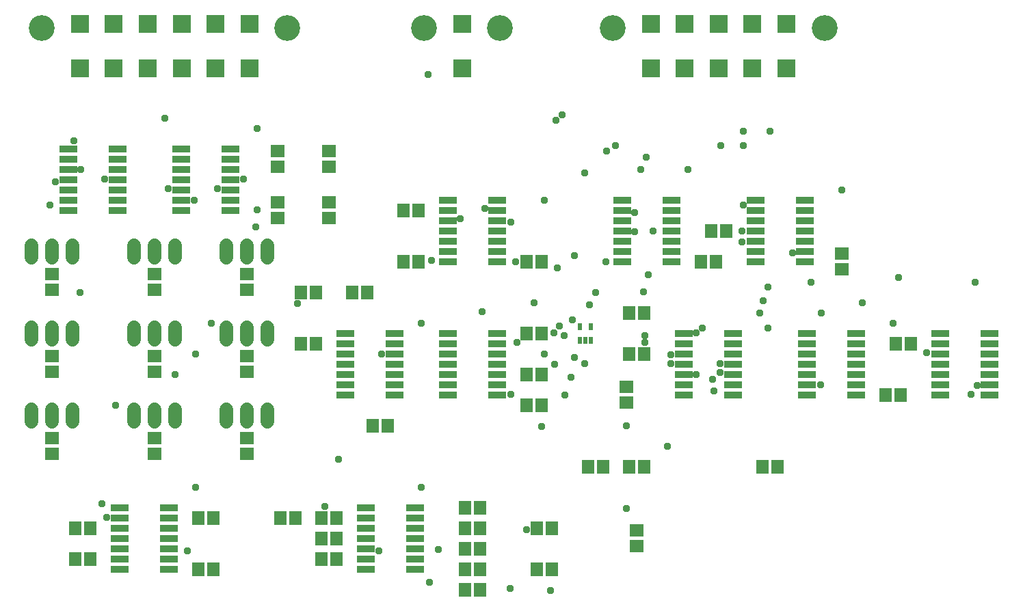
<source format=gbr>
G04 EAGLE Gerber RS-274X export*
G75*
%MOMM*%
%FSLAX34Y34*%
%LPD*%
%INSoldermask Top*%
%IPPOS*%
%AMOC8*
5,1,8,0,0,1.08239X$1,22.5*%
G01*
%ADD10R,1.503200X1.703200*%
%ADD11R,2.235200X0.863600*%
%ADD12R,1.703200X1.503200*%
%ADD13C,1.727200*%
%ADD14R,2.303200X2.303200*%
%ADD15C,3.203200*%
%ADD16R,0.603200X0.903200*%
%ADD17C,0.959600*%


D10*
X600100Y101600D03*
X619100Y101600D03*
X689000Y101600D03*
X708000Y101600D03*
X523900Y431800D03*
X542900Y431800D03*
D11*
X108966Y571500D03*
X170434Y571500D03*
X108966Y558800D03*
X108966Y546100D03*
X170434Y558800D03*
X170434Y546100D03*
X108966Y533400D03*
X170434Y533400D03*
X108966Y520700D03*
X108966Y508000D03*
X170434Y520700D03*
X170434Y508000D03*
X108966Y495300D03*
X170434Y495300D03*
X248666Y571500D03*
X310134Y571500D03*
X248666Y558800D03*
X248666Y546100D03*
X310134Y558800D03*
X310134Y546100D03*
X248666Y533400D03*
X310134Y533400D03*
X248666Y520700D03*
X248666Y508000D03*
X310134Y520700D03*
X310134Y508000D03*
X248666Y495300D03*
X310134Y495300D03*
X578866Y508000D03*
X640334Y508000D03*
X578866Y495300D03*
X578866Y482600D03*
X640334Y495300D03*
X640334Y482600D03*
X578866Y469900D03*
X640334Y469900D03*
X578866Y457200D03*
X578866Y444500D03*
X640334Y457200D03*
X640334Y444500D03*
X578866Y431800D03*
X640334Y431800D03*
X172466Y127000D03*
X233934Y127000D03*
X172466Y114300D03*
X172466Y101600D03*
X233934Y114300D03*
X233934Y101600D03*
X172466Y88900D03*
X233934Y88900D03*
X172466Y76200D03*
X172466Y63500D03*
X233934Y76200D03*
X233934Y63500D03*
X172466Y50800D03*
X233934Y50800D03*
X477266Y127000D03*
X538734Y127000D03*
X477266Y114300D03*
X477266Y101600D03*
X538734Y114300D03*
X538734Y101600D03*
X477266Y88900D03*
X538734Y88900D03*
X477266Y76200D03*
X477266Y63500D03*
X538734Y76200D03*
X538734Y63500D03*
X477266Y50800D03*
X538734Y50800D03*
D10*
X117500Y101600D03*
X136500Y101600D03*
D12*
X88900Y295300D03*
X88900Y314300D03*
X88900Y193700D03*
X88900Y212700D03*
X215900Y396900D03*
X215900Y415900D03*
X215900Y295300D03*
X215900Y314300D03*
X215900Y193700D03*
X215900Y212700D03*
X330200Y396900D03*
X330200Y415900D03*
D10*
X117500Y63500D03*
X136500Y63500D03*
X288900Y50800D03*
X269900Y50800D03*
X288900Y114300D03*
X269900Y114300D03*
X422300Y88900D03*
X441300Y88900D03*
X422300Y63500D03*
X441300Y63500D03*
D12*
X88900Y396900D03*
X88900Y415900D03*
D13*
X190500Y248920D02*
X190500Y233680D01*
X215900Y233680D02*
X215900Y248920D01*
X241300Y248920D02*
X241300Y233680D01*
X304800Y436880D02*
X304800Y452120D01*
X330200Y452120D02*
X330200Y436880D01*
X355600Y436880D02*
X355600Y452120D01*
D10*
X619100Y50800D03*
X600100Y50800D03*
D12*
X330200Y295300D03*
X330200Y314300D03*
X330200Y193700D03*
X330200Y212700D03*
D13*
X304800Y335280D02*
X304800Y350520D01*
X330200Y350520D02*
X330200Y335280D01*
X355600Y335280D02*
X355600Y350520D01*
X190500Y350520D02*
X190500Y335280D01*
X215900Y335280D02*
X215900Y350520D01*
X241300Y350520D02*
X241300Y335280D01*
X190500Y436880D02*
X190500Y452120D01*
X215900Y452120D02*
X215900Y436880D01*
X241300Y436880D02*
X241300Y452120D01*
X63500Y248920D02*
X63500Y233680D01*
X88900Y233680D02*
X88900Y248920D01*
X114300Y248920D02*
X114300Y233680D01*
X63500Y436880D02*
X63500Y452120D01*
X88900Y452120D02*
X88900Y436880D01*
X114300Y436880D02*
X114300Y452120D01*
X63500Y350520D02*
X63500Y335280D01*
X88900Y335280D02*
X88900Y350520D01*
X114300Y350520D02*
X114300Y335280D01*
D10*
X619100Y127000D03*
X600100Y127000D03*
D13*
X304800Y233680D02*
X304800Y248920D01*
X330200Y248920D02*
X330200Y233680D01*
X355600Y233680D02*
X355600Y248920D01*
D14*
X596900Y671000D03*
X596900Y726000D03*
D15*
X643900Y721400D03*
X549900Y721400D03*
D12*
X812800Y79400D03*
X812800Y98400D03*
D10*
X523900Y495300D03*
X542900Y495300D03*
X987400Y177800D03*
X968400Y177800D03*
X695300Y431800D03*
X676300Y431800D03*
D12*
X368300Y485800D03*
X368300Y504800D03*
X431800Y504800D03*
X431800Y485800D03*
D10*
X396900Y330200D03*
X415900Y330200D03*
D12*
X368300Y549300D03*
X368300Y568300D03*
X431800Y568300D03*
X431800Y549300D03*
D10*
X485800Y228600D03*
X504800Y228600D03*
X396900Y393700D03*
X415900Y393700D03*
X460400Y393700D03*
X479400Y393700D03*
X803300Y368300D03*
X822300Y368300D03*
X695300Y254000D03*
X676300Y254000D03*
X676300Y292100D03*
X695300Y292100D03*
X911200Y431800D03*
X892200Y431800D03*
X695300Y342900D03*
X676300Y342900D03*
X822300Y317500D03*
X803300Y317500D03*
X904900Y469900D03*
X923900Y469900D03*
X441300Y114300D03*
X422300Y114300D03*
X390500Y114300D03*
X371500Y114300D03*
X1139800Y266700D03*
X1120800Y266700D03*
X600100Y25400D03*
X619100Y25400D03*
D12*
X1066800Y441300D03*
X1066800Y422300D03*
D10*
X1133500Y330200D03*
X1152500Y330200D03*
X600100Y76200D03*
X619100Y76200D03*
X689000Y50800D03*
X708000Y50800D03*
D12*
X800100Y257200D03*
X800100Y276200D03*
D10*
X752500Y177800D03*
X771500Y177800D03*
X803300Y177800D03*
X822300Y177800D03*
D16*
X742800Y334400D03*
X749300Y334400D03*
X755800Y334400D03*
X755800Y351400D03*
X742800Y351400D03*
D11*
X451866Y342900D03*
X513334Y342900D03*
X451866Y330200D03*
X451866Y317500D03*
X513334Y330200D03*
X513334Y317500D03*
X451866Y304800D03*
X513334Y304800D03*
X451866Y292100D03*
X451866Y279400D03*
X513334Y292100D03*
X513334Y279400D03*
X451866Y266700D03*
X513334Y266700D03*
X794766Y508000D03*
X856234Y508000D03*
X794766Y495300D03*
X794766Y482600D03*
X856234Y495300D03*
X856234Y482600D03*
X794766Y469900D03*
X856234Y469900D03*
X794766Y457200D03*
X794766Y444500D03*
X856234Y457200D03*
X856234Y444500D03*
X794766Y431800D03*
X856234Y431800D03*
X1023366Y342900D03*
X1084834Y342900D03*
X1023366Y330200D03*
X1023366Y317500D03*
X1084834Y330200D03*
X1084834Y317500D03*
X1023366Y304800D03*
X1084834Y304800D03*
X1023366Y292100D03*
X1023366Y279400D03*
X1084834Y292100D03*
X1084834Y279400D03*
X1023366Y266700D03*
X1084834Y266700D03*
X1188466Y342900D03*
X1249934Y342900D03*
X1188466Y330200D03*
X1188466Y317500D03*
X1249934Y330200D03*
X1249934Y317500D03*
X1188466Y304800D03*
X1249934Y304800D03*
X1188466Y292100D03*
X1188466Y279400D03*
X1249934Y292100D03*
X1249934Y279400D03*
X1188466Y266700D03*
X1249934Y266700D03*
X578866Y342900D03*
X640334Y342900D03*
X578866Y330200D03*
X578866Y317500D03*
X640334Y330200D03*
X640334Y317500D03*
X578866Y304800D03*
X640334Y304800D03*
X578866Y292100D03*
X578866Y279400D03*
X640334Y292100D03*
X640334Y279400D03*
X578866Y266700D03*
X640334Y266700D03*
X959866Y508000D03*
X1021334Y508000D03*
X959866Y495300D03*
X959866Y482600D03*
X1021334Y495300D03*
X1021334Y482600D03*
X959866Y469900D03*
X1021334Y469900D03*
X959866Y457200D03*
X959866Y444500D03*
X1021334Y457200D03*
X1021334Y444500D03*
X959866Y431800D03*
X1021334Y431800D03*
X870966Y342900D03*
X932434Y342900D03*
X870966Y330200D03*
X870966Y317500D03*
X932434Y330200D03*
X932434Y317500D03*
X870966Y304800D03*
X932434Y304800D03*
X870966Y292100D03*
X870966Y279400D03*
X932434Y292100D03*
X932434Y279400D03*
X870966Y266700D03*
X932434Y266700D03*
D14*
X333600Y671000D03*
X291600Y671000D03*
X249600Y671000D03*
X207600Y671000D03*
X165600Y671000D03*
X123600Y671000D03*
X123600Y726000D03*
X249600Y726000D03*
X207600Y726000D03*
X165600Y726000D03*
X291600Y726000D03*
X333600Y726000D03*
D15*
X380600Y721400D03*
X76600Y721400D03*
D14*
X998400Y671000D03*
X956400Y671000D03*
X914400Y671000D03*
X872400Y671000D03*
X830400Y671000D03*
X872400Y726000D03*
X830400Y726000D03*
X914400Y726000D03*
X956400Y726000D03*
X998400Y726000D03*
D15*
X1045400Y721400D03*
X783400Y721400D03*
D17*
X774700Y431800D03*
X762000Y393700D03*
X1028700Y406400D03*
X1041400Y368300D03*
X1130300Y355600D03*
X800100Y228600D03*
X850900Y203200D03*
X241300Y292100D03*
X266700Y317500D03*
X342900Y596900D03*
X228600Y609600D03*
X266700Y152400D03*
X546100Y152400D03*
X546100Y355600D03*
X685800Y381000D03*
X876300Y546100D03*
X1066800Y520700D03*
X965200Y368300D03*
X698500Y508000D03*
X1231900Y406400D03*
X1092200Y381000D03*
X908304Y271780D03*
X676656Y99568D03*
X915924Y305308D03*
X827532Y415036D03*
X714756Y424180D03*
X594360Y485140D03*
X748284Y305562D03*
X915924Y294640D03*
X86868Y501904D03*
X92964Y530860D03*
X115824Y581152D03*
X124968Y546100D03*
X153924Y533908D03*
X556514Y34544D03*
X493776Y73660D03*
X443484Y186436D03*
X341376Y474472D03*
X123444Y393700D03*
X150876Y131572D03*
X294132Y521716D03*
X156972Y114808D03*
X393192Y379984D03*
X694944Y227076D03*
X256286Y73660D03*
X286512Y355600D03*
X567436Y75184D03*
X233172Y521716D03*
X265176Y508000D03*
X621792Y369316D03*
X822960Y340360D03*
X559308Y433324D03*
X496824Y317500D03*
X656844Y480568D03*
X1040892Y279400D03*
X833628Y469900D03*
X735838Y313182D03*
X800100Y125476D03*
X720852Y613156D03*
X748284Y541528D03*
X733044Y359664D03*
X326136Y533908D03*
X624840Y497332D03*
X717550Y352298D03*
X810768Y468376D03*
X822960Y331216D03*
X664464Y331216D03*
X736092Y439420D03*
X426720Y128524D03*
X943356Y456184D03*
X975360Y349504D03*
X656336Y26416D03*
X906780Y285496D03*
X975360Y399796D03*
X1005840Y442468D03*
X1136904Y411988D03*
X706120Y24384D03*
X886968Y343408D03*
X1171956Y319024D03*
X886968Y291592D03*
X1234440Y277876D03*
X342900Y495808D03*
X662940Y431800D03*
X821436Y394208D03*
X810768Y492760D03*
X656844Y267208D03*
X723900Y266700D03*
X731520Y288290D03*
X711200Y304800D03*
X698500Y317500D03*
X969264Y383032D03*
X943356Y469900D03*
X1226820Y267208D03*
X854964Y305308D03*
X754380Y378460D03*
X775716Y568960D03*
X554736Y663448D03*
X713232Y607060D03*
X722884Y340360D03*
X818388Y546100D03*
X710184Y343408D03*
X786384Y575056D03*
X978408Y593344D03*
X894588Y349504D03*
X917448Y575056D03*
X854964Y315976D03*
X824484Y561340D03*
X167640Y253492D03*
X944880Y501904D03*
X944880Y575056D03*
X944880Y593344D03*
M02*

</source>
